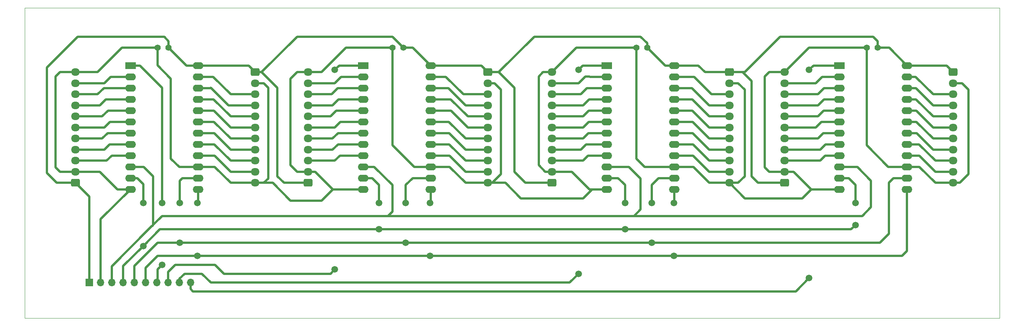
<source format=gbr>
%TF.GenerationSoftware,KiCad,Pcbnew,(6.0.7)*%
%TF.CreationDate,2023-06-05T08:41:08+05:30*%
%TF.ProjectId,autonomous chess playing machine,6175746f-6e6f-46d6-9f75-732063686573,rev?*%
%TF.SameCoordinates,Original*%
%TF.FileFunction,Copper,L2,Bot*%
%TF.FilePolarity,Positive*%
%FSLAX46Y46*%
G04 Gerber Fmt 4.6, Leading zero omitted, Abs format (unit mm)*
G04 Created by KiCad (PCBNEW (6.0.7)) date 2023-06-05 08:41:08*
%MOMM*%
%LPD*%
G01*
G04 APERTURE LIST*
G04 Aperture macros list*
%AMRoundRect*
0 Rectangle with rounded corners*
0 $1 Rounding radius*
0 $2 $3 $4 $5 $6 $7 $8 $9 X,Y pos of 4 corners*
0 Add a 4 corners polygon primitive as box body*
4,1,4,$2,$3,$4,$5,$6,$7,$8,$9,$2,$3,0*
0 Add four circle primitives for the rounded corners*
1,1,$1+$1,$2,$3*
1,1,$1+$1,$4,$5*
1,1,$1+$1,$6,$7*
1,1,$1+$1,$8,$9*
0 Add four rect primitives between the rounded corners*
20,1,$1+$1,$2,$3,$4,$5,0*
20,1,$1+$1,$4,$5,$6,$7,0*
20,1,$1+$1,$6,$7,$8,$9,0*
20,1,$1+$1,$8,$9,$2,$3,0*%
G04 Aperture macros list end*
%TA.AperFunction,Profile*%
%ADD10C,0.100000*%
%TD*%
%TA.AperFunction,ComponentPad*%
%ADD11C,1.400000*%
%TD*%
%TA.AperFunction,ComponentPad*%
%ADD12RoundRect,0.250000X-0.725000X0.600000X-0.725000X-0.600000X0.725000X-0.600000X0.725000X0.600000X0*%
%TD*%
%TA.AperFunction,ComponentPad*%
%ADD13O,1.950000X1.700000*%
%TD*%
%TA.AperFunction,ComponentPad*%
%ADD14RoundRect,0.250000X0.725000X-0.600000X0.725000X0.600000X-0.725000X0.600000X-0.725000X-0.600000X0*%
%TD*%
%TA.AperFunction,ComponentPad*%
%ADD15R,2.400000X1.600000*%
%TD*%
%TA.AperFunction,ComponentPad*%
%ADD16O,2.400000X1.600000*%
%TD*%
%TA.AperFunction,ComponentPad*%
%ADD17R,1.700000X1.700000*%
%TD*%
%TA.AperFunction,ComponentPad*%
%ADD18O,1.700000X1.700000*%
%TD*%
%TA.AperFunction,ViaPad*%
%ADD19C,1.500000*%
%TD*%
%TA.AperFunction,Conductor*%
%ADD20C,0.500000*%
%TD*%
G04 APERTURE END LIST*
D10*
X28000000Y-30000000D02*
X248000000Y-30000000D01*
X248000000Y-30000000D02*
X248000000Y-100000000D01*
X248000000Y-100000000D02*
X28000000Y-100000000D01*
X28000000Y-100000000D02*
X28000000Y-30000000D01*
D11*
%TO.P,C2,1*%
%TO.N,/Ground*%
X111000000Y-39000000D03*
%TO.P,C2,2*%
%TO.N,Net-(C1-Pad2)*%
X113500000Y-39000000D03*
%TD*%
%TO.P,C1,1*%
%TO.N,/Ground*%
X58000000Y-39000000D03*
%TO.P,C1,2*%
%TO.N,Net-(C1-Pad2)*%
X60500000Y-39000000D03*
%TD*%
D12*
%TO.P,J5,1,Pin_1*%
%TO.N,Net-(C1-Pad2)*%
X132525000Y-44500000D03*
D13*
%TO.P,J5,2,Pin_2*%
%TO.N,/Ground*%
X132525000Y-47000000D03*
%TO.P,J5,3,Pin_3*%
%TO.N,Net-(J5-Pad3)*%
X132525000Y-49500000D03*
%TO.P,J5,4,Pin_4*%
%TO.N,Net-(J5-Pad4)*%
X132525000Y-52000000D03*
%TO.P,J5,5,Pin_5*%
%TO.N,Net-(J5-Pad5)*%
X132525000Y-54500000D03*
%TO.P,J5,6,Pin_6*%
%TO.N,Net-(J5-Pad6)*%
X132525000Y-57000000D03*
%TO.P,J5,7,Pin_7*%
%TO.N,Net-(J5-Pad7)*%
X132525000Y-59500000D03*
%TO.P,J5,8,Pin_8*%
%TO.N,Net-(J5-Pad8)*%
X132525000Y-62000000D03*
%TO.P,J5,9,Pin_9*%
%TO.N,Net-(J5-Pad9)*%
X132525000Y-64500000D03*
%TO.P,J5,10,Pin_10*%
%TO.N,Net-(J5-Pad10)*%
X132525000Y-67000000D03*
%TO.P,J5,11,Pin_11*%
%TO.N,/Ground*%
X132525000Y-69500000D03*
%TD*%
D12*
%TO.P,J3,1,Pin_1*%
%TO.N,Net-(C1-Pad2)*%
X80025000Y-44500000D03*
D13*
%TO.P,J3,2,Pin_2*%
%TO.N,/Ground*%
X80025000Y-47000000D03*
%TO.P,J3,3,Pin_3*%
%TO.N,Net-(J3-Pad3)*%
X80025000Y-49500000D03*
%TO.P,J3,4,Pin_4*%
%TO.N,Net-(J3-Pad4)*%
X80025000Y-52000000D03*
%TO.P,J3,5,Pin_5*%
%TO.N,Net-(J3-Pad5)*%
X80025000Y-54500000D03*
%TO.P,J3,6,Pin_6*%
%TO.N,Net-(J3-Pad6)*%
X80025000Y-57000000D03*
%TO.P,J3,7,Pin_7*%
%TO.N,Net-(J3-Pad7)*%
X80025000Y-59500000D03*
%TO.P,J3,8,Pin_8*%
%TO.N,Net-(J3-Pad8)*%
X80025000Y-62000000D03*
%TO.P,J3,9,Pin_9*%
%TO.N,Net-(J3-Pad9)*%
X80025000Y-64500000D03*
%TO.P,J3,10,Pin_10*%
%TO.N,Net-(J3-Pad10)*%
X80025000Y-67000000D03*
%TO.P,J3,11,Pin_11*%
%TO.N,/Ground*%
X80025000Y-69500000D03*
%TD*%
D14*
%TO.P,J6,1,Pin_1*%
%TO.N,Net-(C1-Pad2)*%
X147000000Y-69500000D03*
D13*
%TO.P,J6,2,Pin_2*%
%TO.N,/Ground*%
X147000000Y-67000000D03*
%TO.P,J6,3,Pin_3*%
%TO.N,Net-(J6-Pad3)*%
X147000000Y-64500000D03*
%TO.P,J6,4,Pin_4*%
%TO.N,Net-(J6-Pad4)*%
X147000000Y-62000000D03*
%TO.P,J6,5,Pin_5*%
%TO.N,Net-(J6-Pad5)*%
X147000000Y-59500000D03*
%TO.P,J6,6,Pin_6*%
%TO.N,Net-(J6-Pad6)*%
X147000000Y-57000000D03*
%TO.P,J6,7,Pin_7*%
%TO.N,Net-(J6-Pad7)*%
X147000000Y-54500000D03*
%TO.P,J6,8,Pin_8*%
%TO.N,Net-(J6-Pad8)*%
X147000000Y-52000000D03*
%TO.P,J6,9,Pin_9*%
%TO.N,Net-(J6-Pad9)*%
X147000000Y-49500000D03*
%TO.P,J6,10,Pin_10*%
%TO.N,Net-(J6-Pad10)*%
X147000000Y-47000000D03*
%TO.P,J6,11,Pin_11*%
%TO.N,/Ground*%
X147000000Y-44500000D03*
%TD*%
D15*
%TO.P,U3,1,COM*%
%TO.N,Net-(J1-Pad9)*%
X159375000Y-43025000D03*
D16*
%TO.P,U3,2,I7*%
%TO.N,Net-(J6-Pad10)*%
X159375000Y-45565000D03*
%TO.P,U3,3,I6*%
%TO.N,Net-(J6-Pad9)*%
X159375000Y-48105000D03*
%TO.P,U3,4,I5*%
%TO.N,Net-(J6-Pad8)*%
X159375000Y-50645000D03*
%TO.P,U3,5,I4*%
%TO.N,Net-(J6-Pad7)*%
X159375000Y-53185000D03*
%TO.P,U3,6,I3*%
%TO.N,Net-(J6-Pad6)*%
X159375000Y-55725000D03*
%TO.P,U3,7,I2*%
%TO.N,Net-(J6-Pad5)*%
X159375000Y-58265000D03*
%TO.P,U3,8,I1*%
%TO.N,Net-(J6-Pad4)*%
X159375000Y-60805000D03*
%TO.P,U3,9,I0*%
%TO.N,Net-(J6-Pad3)*%
X159375000Y-63345000D03*
%TO.P,U3,10,S0*%
%TO.N,Net-(J1-Pad3)*%
X159375000Y-65885000D03*
%TO.P,U3,11,S1*%
%TO.N,Net-(J1-Pad4)*%
X159375000Y-68425000D03*
%TO.P,U3,12,GND*%
%TO.N,/Ground*%
X159375000Y-70965000D03*
%TO.P,U3,13,S3*%
%TO.N,Net-(J1-Pad6)*%
X174615000Y-70965000D03*
%TO.P,U3,14,S2*%
%TO.N,Net-(J1-Pad5)*%
X174615000Y-68425000D03*
%TO.P,U3,15,~{E}*%
%TO.N,/Ground*%
X174615000Y-65885000D03*
%TO.P,U3,16,I15*%
%TO.N,Net-(J7-Pad10)*%
X174615000Y-63345000D03*
%TO.P,U3,17,I14*%
%TO.N,Net-(J7-Pad9)*%
X174615000Y-60805000D03*
%TO.P,U3,18,I13*%
%TO.N,Net-(J7-Pad8)*%
X174615000Y-58265000D03*
%TO.P,U3,19,I12*%
%TO.N,Net-(J7-Pad7)*%
X174615000Y-55725000D03*
%TO.P,U3,20,I11*%
%TO.N,Net-(J7-Pad6)*%
X174615000Y-53185000D03*
%TO.P,U3,21,I10*%
%TO.N,Net-(J7-Pad5)*%
X174615000Y-50645000D03*
%TO.P,U3,22,I9*%
%TO.N,Net-(J7-Pad4)*%
X174615000Y-48105000D03*
%TO.P,U3,23,I8*%
%TO.N,Net-(J7-Pad3)*%
X174615000Y-45565000D03*
%TO.P,U3,24,VCC*%
%TO.N,Net-(C1-Pad2)*%
X174615000Y-43025000D03*
%TD*%
D14*
%TO.P,J4,1,Pin_1*%
%TO.N,Net-(C1-Pad2)*%
X92000000Y-69500000D03*
D13*
%TO.P,J4,2,Pin_2*%
%TO.N,/Ground*%
X92000000Y-67000000D03*
%TO.P,J4,3,Pin_3*%
%TO.N,Net-(J4-Pad3)*%
X92000000Y-64500000D03*
%TO.P,J4,4,Pin_4*%
%TO.N,Net-(J4-Pad4)*%
X92000000Y-62000000D03*
%TO.P,J4,5,Pin_5*%
%TO.N,Net-(J4-Pad5)*%
X92000000Y-59500000D03*
%TO.P,J4,6,Pin_6*%
%TO.N,Net-(J4-Pad6)*%
X92000000Y-57000000D03*
%TO.P,J4,7,Pin_7*%
%TO.N,Net-(J4-Pad7)*%
X92000000Y-54500000D03*
%TO.P,J4,8,Pin_8*%
%TO.N,Net-(J4-Pad8)*%
X92000000Y-52000000D03*
%TO.P,J4,9,Pin_9*%
%TO.N,Net-(J4-Pad9)*%
X92000000Y-49500000D03*
%TO.P,J4,10,Pin_10*%
%TO.N,Net-(J4-Pad10)*%
X92000000Y-47000000D03*
%TO.P,J4,11,Pin_11*%
%TO.N,/Ground*%
X92000000Y-44500000D03*
%TD*%
D17*
%TO.P,J1,1,Pin_1*%
%TO.N,Net-(C1-Pad2)*%
X42600000Y-91975000D03*
D18*
%TO.P,J1,2,Pin_2*%
%TO.N,/Ground*%
X45140000Y-91975000D03*
%TO.P,J1,3,Pin_3*%
%TO.N,Net-(J1-Pad3)*%
X47680000Y-91975000D03*
%TO.P,J1,4,Pin_4*%
%TO.N,Net-(J1-Pad4)*%
X50220000Y-91975000D03*
%TO.P,J1,5,Pin_5*%
%TO.N,Net-(J1-Pad5)*%
X52760000Y-91975000D03*
%TO.P,J1,6,Pin_6*%
%TO.N,Net-(J1-Pad6)*%
X55300000Y-91975000D03*
%TO.P,J1,7,Pin_7*%
%TO.N,Net-(J1-Pad7)*%
X57840000Y-91975000D03*
%TO.P,J1,8,Pin_8*%
%TO.N,Net-(J1-Pad8)*%
X60380000Y-91975000D03*
%TO.P,J1,9,Pin_9*%
%TO.N,Net-(J1-Pad9)*%
X62920000Y-91975000D03*
%TO.P,J1,10,Pin_10*%
%TO.N,Net-(J1-Pad10)*%
X65460000Y-91975000D03*
%TD*%
D12*
%TO.P,J9,1,Pin_1*%
%TO.N,Net-(C1-Pad2)*%
X237525000Y-44500000D03*
D13*
%TO.P,J9,2,Pin_2*%
%TO.N,/Ground*%
X237525000Y-47000000D03*
%TO.P,J9,3,Pin_3*%
%TO.N,Net-(J9-Pad3)*%
X237525000Y-49500000D03*
%TO.P,J9,4,Pin_4*%
%TO.N,Net-(J9-Pad4)*%
X237525000Y-52000000D03*
%TO.P,J9,5,Pin_5*%
%TO.N,Net-(J9-Pad5)*%
X237525000Y-54500000D03*
%TO.P,J9,6,Pin_6*%
%TO.N,Net-(J9-Pad6)*%
X237525000Y-57000000D03*
%TO.P,J9,7,Pin_7*%
%TO.N,Net-(J9-Pad7)*%
X237525000Y-59500000D03*
%TO.P,J9,8,Pin_8*%
%TO.N,Net-(J9-Pad8)*%
X237525000Y-62000000D03*
%TO.P,J9,9,Pin_9*%
%TO.N,Net-(J9-Pad9)*%
X237525000Y-64500000D03*
%TO.P,J9,10,Pin_10*%
%TO.N,Net-(J9-Pad10)*%
X237525000Y-67000000D03*
%TO.P,J9,11,Pin_11*%
%TO.N,/Ground*%
X237525000Y-69500000D03*
%TD*%
D11*
%TO.P,C4,1*%
%TO.N,/Ground*%
X218000000Y-39000000D03*
%TO.P,C4,2*%
%TO.N,Net-(C1-Pad2)*%
X220500000Y-39000000D03*
%TD*%
D15*
%TO.P,U2,1,COM*%
%TO.N,Net-(J1-Pad8)*%
X104375000Y-43025000D03*
D16*
%TO.P,U2,2,I7*%
%TO.N,Net-(J4-Pad10)*%
X104375000Y-45565000D03*
%TO.P,U2,3,I6*%
%TO.N,Net-(J4-Pad9)*%
X104375000Y-48105000D03*
%TO.P,U2,4,I5*%
%TO.N,Net-(J4-Pad8)*%
X104375000Y-50645000D03*
%TO.P,U2,5,I4*%
%TO.N,Net-(J4-Pad7)*%
X104375000Y-53185000D03*
%TO.P,U2,6,I3*%
%TO.N,Net-(J4-Pad6)*%
X104375000Y-55725000D03*
%TO.P,U2,7,I2*%
%TO.N,Net-(J4-Pad5)*%
X104375000Y-58265000D03*
%TO.P,U2,8,I1*%
%TO.N,Net-(J4-Pad4)*%
X104375000Y-60805000D03*
%TO.P,U2,9,I0*%
%TO.N,Net-(J4-Pad3)*%
X104375000Y-63345000D03*
%TO.P,U2,10,S0*%
%TO.N,Net-(J1-Pad3)*%
X104375000Y-65885000D03*
%TO.P,U2,11,S1*%
%TO.N,Net-(J1-Pad4)*%
X104375000Y-68425000D03*
%TO.P,U2,12,GND*%
%TO.N,/Ground*%
X104375000Y-70965000D03*
%TO.P,U2,13,S3*%
%TO.N,Net-(J1-Pad6)*%
X119615000Y-70965000D03*
%TO.P,U2,14,S2*%
%TO.N,Net-(J1-Pad5)*%
X119615000Y-68425000D03*
%TO.P,U2,15,~{E}*%
%TO.N,/Ground*%
X119615000Y-65885000D03*
%TO.P,U2,16,I15*%
%TO.N,Net-(J5-Pad10)*%
X119615000Y-63345000D03*
%TO.P,U2,17,I14*%
%TO.N,Net-(J5-Pad9)*%
X119615000Y-60805000D03*
%TO.P,U2,18,I13*%
%TO.N,Net-(J5-Pad8)*%
X119615000Y-58265000D03*
%TO.P,U2,19,I12*%
%TO.N,Net-(J5-Pad7)*%
X119615000Y-55725000D03*
%TO.P,U2,20,I11*%
%TO.N,Net-(J5-Pad6)*%
X119615000Y-53185000D03*
%TO.P,U2,21,I10*%
%TO.N,Net-(J5-Pad5)*%
X119615000Y-50645000D03*
%TO.P,U2,22,I9*%
%TO.N,Net-(J5-Pad4)*%
X119615000Y-48105000D03*
%TO.P,U2,23,I8*%
%TO.N,Net-(J5-Pad3)*%
X119615000Y-45565000D03*
%TO.P,U2,24,VCC*%
%TO.N,Net-(C1-Pad2)*%
X119615000Y-43025000D03*
%TD*%
D11*
%TO.P,C3,1*%
%TO.N,/Ground*%
X166000000Y-39000000D03*
%TO.P,C3,2*%
%TO.N,Net-(C1-Pad2)*%
X168500000Y-39000000D03*
%TD*%
D14*
%TO.P,J8,1,Pin_1*%
%TO.N,Net-(C1-Pad2)*%
X199500000Y-69500000D03*
D13*
%TO.P,J8,2,Pin_2*%
%TO.N,/Ground*%
X199500000Y-67000000D03*
%TO.P,J8,3,Pin_3*%
%TO.N,Net-(J8-Pad3)*%
X199500000Y-64500000D03*
%TO.P,J8,4,Pin_4*%
%TO.N,Net-(J8-Pad4)*%
X199500000Y-62000000D03*
%TO.P,J8,5,Pin_5*%
%TO.N,Net-(J8-Pad5)*%
X199500000Y-59500000D03*
%TO.P,J8,6,Pin_6*%
%TO.N,Net-(J8-Pad6)*%
X199500000Y-57000000D03*
%TO.P,J8,7,Pin_7*%
%TO.N,Net-(J8-Pad7)*%
X199500000Y-54500000D03*
%TO.P,J8,8,Pin_8*%
%TO.N,Net-(J8-Pad8)*%
X199500000Y-52000000D03*
%TO.P,J8,9,Pin_9*%
%TO.N,Net-(J8-Pad9)*%
X199500000Y-49500000D03*
%TO.P,J8,10,Pin_10*%
%TO.N,Net-(J8-Pad10)*%
X199500000Y-47000000D03*
%TO.P,J8,11,Pin_11*%
%TO.N,/Ground*%
X199500000Y-44500000D03*
%TD*%
D14*
%TO.P,J2,1,Pin_1*%
%TO.N,Net-(C1-Pad2)*%
X39500000Y-69500000D03*
D13*
%TO.P,J2,2,Pin_2*%
%TO.N,/Ground*%
X39500000Y-67000000D03*
%TO.P,J2,3,Pin_3*%
%TO.N,Net-(J2-Pad3)*%
X39500000Y-64500000D03*
%TO.P,J2,4,Pin_4*%
%TO.N,Net-(J2-Pad4)*%
X39500000Y-62000000D03*
%TO.P,J2,5,Pin_5*%
%TO.N,Net-(J2-Pad5)*%
X39500000Y-59500000D03*
%TO.P,J2,6,Pin_6*%
%TO.N,Net-(J2-Pad6)*%
X39500000Y-57000000D03*
%TO.P,J2,7,Pin_7*%
%TO.N,Net-(J2-Pad7)*%
X39500000Y-54500000D03*
%TO.P,J2,8,Pin_8*%
%TO.N,Net-(J2-Pad8)*%
X39500000Y-52000000D03*
%TO.P,J2,9,Pin_9*%
%TO.N,Net-(J2-Pad9)*%
X39500000Y-49500000D03*
%TO.P,J2,10,Pin_10*%
%TO.N,Net-(J2-Pad10)*%
X39500000Y-47000000D03*
%TO.P,J2,11,Pin_11*%
%TO.N,/Ground*%
X39500000Y-44500000D03*
%TD*%
D15*
%TO.P,U4,1,COM*%
%TO.N,Net-(J1-Pad10)*%
X211875000Y-43025000D03*
D16*
%TO.P,U4,2,I7*%
%TO.N,Net-(J8-Pad10)*%
X211875000Y-45565000D03*
%TO.P,U4,3,I6*%
%TO.N,Net-(J8-Pad9)*%
X211875000Y-48105000D03*
%TO.P,U4,4,I5*%
%TO.N,Net-(J8-Pad8)*%
X211875000Y-50645000D03*
%TO.P,U4,5,I4*%
%TO.N,Net-(J8-Pad7)*%
X211875000Y-53185000D03*
%TO.P,U4,6,I3*%
%TO.N,Net-(J8-Pad6)*%
X211875000Y-55725000D03*
%TO.P,U4,7,I2*%
%TO.N,Net-(J8-Pad5)*%
X211875000Y-58265000D03*
%TO.P,U4,8,I1*%
%TO.N,Net-(J8-Pad4)*%
X211875000Y-60805000D03*
%TO.P,U4,9,I0*%
%TO.N,Net-(J8-Pad3)*%
X211875000Y-63345000D03*
%TO.P,U4,10,S0*%
%TO.N,Net-(J1-Pad3)*%
X211875000Y-65885000D03*
%TO.P,U4,11,S1*%
%TO.N,Net-(J1-Pad4)*%
X211875000Y-68425000D03*
%TO.P,U4,12,GND*%
%TO.N,/Ground*%
X211875000Y-70965000D03*
%TO.P,U4,13,S3*%
%TO.N,Net-(J1-Pad6)*%
X227115000Y-70965000D03*
%TO.P,U4,14,S2*%
%TO.N,Net-(J1-Pad5)*%
X227115000Y-68425000D03*
%TO.P,U4,15,~{E}*%
%TO.N,/Ground*%
X227115000Y-65885000D03*
%TO.P,U4,16,I15*%
%TO.N,Net-(J9-Pad10)*%
X227115000Y-63345000D03*
%TO.P,U4,17,I14*%
%TO.N,Net-(J9-Pad9)*%
X227115000Y-60805000D03*
%TO.P,U4,18,I13*%
%TO.N,Net-(J9-Pad8)*%
X227115000Y-58265000D03*
%TO.P,U4,19,I12*%
%TO.N,Net-(J9-Pad7)*%
X227115000Y-55725000D03*
%TO.P,U4,20,I11*%
%TO.N,Net-(J9-Pad6)*%
X227115000Y-53185000D03*
%TO.P,U4,21,I10*%
%TO.N,Net-(J9-Pad5)*%
X227115000Y-50645000D03*
%TO.P,U4,22,I9*%
%TO.N,Net-(J9-Pad4)*%
X227115000Y-48105000D03*
%TO.P,U4,23,I8*%
%TO.N,Net-(J9-Pad3)*%
X227115000Y-45565000D03*
%TO.P,U4,24,VCC*%
%TO.N,Net-(C1-Pad2)*%
X227115000Y-43025000D03*
%TD*%
D12*
%TO.P,J7,1,Pin_1*%
%TO.N,Net-(C1-Pad2)*%
X187000000Y-44500000D03*
D13*
%TO.P,J7,2,Pin_2*%
%TO.N,/Ground*%
X187000000Y-47000000D03*
%TO.P,J7,3,Pin_3*%
%TO.N,Net-(J7-Pad3)*%
X187000000Y-49500000D03*
%TO.P,J7,4,Pin_4*%
%TO.N,Net-(J7-Pad4)*%
X187000000Y-52000000D03*
%TO.P,J7,5,Pin_5*%
%TO.N,Net-(J7-Pad5)*%
X187000000Y-54500000D03*
%TO.P,J7,6,Pin_6*%
%TO.N,Net-(J7-Pad6)*%
X187000000Y-57000000D03*
%TO.P,J7,7,Pin_7*%
%TO.N,Net-(J7-Pad7)*%
X187000000Y-59500000D03*
%TO.P,J7,8,Pin_8*%
%TO.N,Net-(J7-Pad8)*%
X187000000Y-62000000D03*
%TO.P,J7,9,Pin_9*%
%TO.N,Net-(J7-Pad9)*%
X187000000Y-64500000D03*
%TO.P,J7,10,Pin_10*%
%TO.N,Net-(J7-Pad10)*%
X187000000Y-67000000D03*
%TO.P,J7,11,Pin_11*%
%TO.N,/Ground*%
X187000000Y-69500000D03*
%TD*%
D15*
%TO.P,U1,1,COM*%
%TO.N,Net-(J1-Pad7)*%
X51875000Y-43025000D03*
D16*
%TO.P,U1,2,I7*%
%TO.N,Net-(J2-Pad10)*%
X51875000Y-45565000D03*
%TO.P,U1,3,I6*%
%TO.N,Net-(J2-Pad9)*%
X51875000Y-48105000D03*
%TO.P,U1,4,I5*%
%TO.N,Net-(J2-Pad8)*%
X51875000Y-50645000D03*
%TO.P,U1,5,I4*%
%TO.N,Net-(J2-Pad7)*%
X51875000Y-53185000D03*
%TO.P,U1,6,I3*%
%TO.N,Net-(J2-Pad6)*%
X51875000Y-55725000D03*
%TO.P,U1,7,I2*%
%TO.N,Net-(J2-Pad5)*%
X51875000Y-58265000D03*
%TO.P,U1,8,I1*%
%TO.N,Net-(J2-Pad4)*%
X51875000Y-60805000D03*
%TO.P,U1,9,I0*%
%TO.N,Net-(J2-Pad3)*%
X51875000Y-63345000D03*
%TO.P,U1,10,S0*%
%TO.N,Net-(J1-Pad3)*%
X51875000Y-65885000D03*
%TO.P,U1,11,S1*%
%TO.N,Net-(J1-Pad4)*%
X51875000Y-68425000D03*
%TO.P,U1,12,GND*%
%TO.N,/Ground*%
X51875000Y-70965000D03*
%TO.P,U1,13,S3*%
%TO.N,Net-(J1-Pad6)*%
X67115000Y-70965000D03*
%TO.P,U1,14,S2*%
%TO.N,Net-(J1-Pad5)*%
X67115000Y-68425000D03*
%TO.P,U1,15,~{E}*%
%TO.N,/Ground*%
X67115000Y-65885000D03*
%TO.P,U1,16,I15*%
%TO.N,Net-(J3-Pad10)*%
X67115000Y-63345000D03*
%TO.P,U1,17,I14*%
%TO.N,Net-(J3-Pad9)*%
X67115000Y-60805000D03*
%TO.P,U1,18,I13*%
%TO.N,Net-(J3-Pad8)*%
X67115000Y-58265000D03*
%TO.P,U1,19,I12*%
%TO.N,Net-(J3-Pad7)*%
X67115000Y-55725000D03*
%TO.P,U1,20,I11*%
%TO.N,Net-(J3-Pad6)*%
X67115000Y-53185000D03*
%TO.P,U1,21,I10*%
%TO.N,Net-(J3-Pad5)*%
X67115000Y-50645000D03*
%TO.P,U1,22,I9*%
%TO.N,Net-(J3-Pad4)*%
X67115000Y-48105000D03*
%TO.P,U1,23,I8*%
%TO.N,Net-(J3-Pad3)*%
X67115000Y-45565000D03*
%TO.P,U1,24,VCC*%
%TO.N,Net-(C1-Pad2)*%
X67115000Y-43025000D03*
%TD*%
D19*
%TO.N,Net-(J1-Pad4)*%
X54800500Y-74000000D03*
X108000000Y-74000000D03*
X108000000Y-80000000D03*
X163500000Y-74000000D03*
X163500000Y-80000000D03*
X215500000Y-74000000D03*
X215500000Y-79000000D03*
X54750000Y-83750000D03*
%TO.N,Net-(J1-Pad5)*%
X114000000Y-83000000D03*
X169500000Y-74000000D03*
X63000000Y-74000000D03*
X114000000Y-74000000D03*
X63000000Y-83000000D03*
X169500000Y-83000000D03*
%TO.N,Net-(J1-Pad6)*%
X67000000Y-74000000D03*
X67000000Y-86000000D03*
X174500000Y-74000000D03*
X119500000Y-86000000D03*
X174500000Y-86000000D03*
X119500000Y-74000000D03*
%TO.N,Net-(J1-Pad7)*%
X59000000Y-88000000D03*
X59000000Y-74000000D03*
%TO.N,Net-(J1-Pad8)*%
X98000000Y-89000000D03*
X98000000Y-44000000D03*
%TO.N,Net-(J1-Pad9)*%
X153000000Y-44000000D03*
X153000000Y-90000000D03*
%TO.N,Net-(J1-Pad10)*%
X205000000Y-44000000D03*
X205000000Y-91000000D03*
%TD*%
D20*
%TO.N,Net-(J1-Pad10)*%
X65460000Y-93460000D02*
X65460000Y-91975000D01*
X66000000Y-94000000D02*
X65460000Y-93460000D01*
X202000000Y-94000000D02*
X66000000Y-94000000D01*
X205000000Y-91000000D02*
X202000000Y-94000000D01*
%TO.N,Net-(J1-Pad9)*%
X68000000Y-90000000D02*
X64080000Y-90000000D01*
X62920000Y-91160000D02*
X62920000Y-91975000D01*
X70000000Y-92000000D02*
X68000000Y-90000000D01*
X64080000Y-90000000D02*
X62920000Y-91160000D01*
X151000000Y-92000000D02*
X70000000Y-92000000D01*
X153000000Y-90000000D02*
X151000000Y-92000000D01*
%TO.N,Net-(J1-Pad8)*%
X60380000Y-89620000D02*
X60380000Y-91975000D01*
X73000000Y-90000000D02*
X71000000Y-88000000D01*
X97000000Y-90000000D02*
X73000000Y-90000000D01*
X62000000Y-88000000D02*
X60380000Y-89620000D01*
X98000000Y-89000000D02*
X97000000Y-90000000D01*
X71000000Y-88000000D02*
X62000000Y-88000000D01*
%TO.N,Net-(J1-Pad6)*%
X58000000Y-86000000D02*
X66000000Y-86000000D01*
X55300000Y-88700000D02*
X58000000Y-86000000D01*
X55300000Y-91975000D02*
X55300000Y-88700000D01*
%TO.N,Net-(J1-Pad4)*%
X214500000Y-80000000D02*
X215500000Y-79000000D01*
X163500000Y-80000000D02*
X214500000Y-80000000D01*
%TO.N,/Ground*%
X132525000Y-47000000D02*
X134000000Y-47000000D01*
X48965000Y-70965000D02*
X45000000Y-67000000D01*
X45140000Y-77700000D02*
X51875000Y-70965000D01*
X174615000Y-65885000D02*
X167885000Y-65885000D01*
X233500000Y-69500000D02*
X237525000Y-69500000D01*
X211875000Y-70965000D02*
X205465000Y-70965000D01*
X227115000Y-65885000D02*
X229885000Y-65885000D01*
X187000000Y-69500000D02*
X189000000Y-69500000D01*
X35000000Y-45500000D02*
X36000000Y-44500000D01*
X203500000Y-73000000D02*
X190500000Y-73000000D01*
X134000000Y-47000000D02*
X135500000Y-48500000D01*
X95000000Y-73500000D02*
X97535000Y-70965000D01*
X227115000Y-65885000D02*
X222885000Y-65885000D01*
X195000000Y-45500000D02*
X195000000Y-66000000D01*
X92000000Y-67000000D02*
X89500000Y-67000000D01*
X115885000Y-65885000D02*
X111000000Y-61000000D01*
X95000000Y-44500000D02*
X100500000Y-39000000D01*
X35000000Y-66000000D02*
X35000000Y-45500000D01*
X82000000Y-47000000D02*
X83000000Y-48000000D01*
X145000000Y-44500000D02*
X147000000Y-44500000D01*
X93570000Y-67000000D02*
X97535000Y-70965000D01*
X167885000Y-65885000D02*
X166000000Y-64000000D01*
X155500000Y-71000000D02*
X155535000Y-70965000D01*
X189000000Y-69500000D02*
X190500000Y-68000000D01*
X82000000Y-69500000D02*
X80025000Y-69500000D01*
X62885000Y-65885000D02*
X67115000Y-65885000D01*
X67115000Y-65885000D02*
X70885000Y-65885000D01*
X205465000Y-70965000D02*
X201500000Y-67000000D01*
X196000000Y-67000000D02*
X199500000Y-67000000D01*
X135500000Y-48500000D02*
X135500000Y-67500000D01*
X178885000Y-65885000D02*
X182500000Y-69500000D01*
X211875000Y-70965000D02*
X205535000Y-70965000D01*
X222885000Y-65885000D02*
X218000000Y-61000000D01*
X39500000Y-67000000D02*
X36000000Y-67000000D01*
X135500000Y-67500000D02*
X133500000Y-69500000D01*
X58000000Y-43000000D02*
X61000000Y-46000000D01*
X36000000Y-67000000D02*
X35000000Y-66000000D01*
X147000000Y-67000000D02*
X145500000Y-67000000D01*
X88000000Y-46000000D02*
X89500000Y-44500000D01*
X140000000Y-73000000D02*
X154000000Y-73000000D01*
X144000000Y-65500000D02*
X144000000Y-45500000D01*
X61000000Y-46000000D02*
X61000000Y-64000000D01*
X123885000Y-65885000D02*
X127500000Y-69500000D01*
X44500000Y-44500000D02*
X50000000Y-39000000D01*
X205535000Y-70965000D02*
X203500000Y-73000000D01*
X237525000Y-47000000D02*
X239500000Y-47000000D01*
X80025000Y-47000000D02*
X82000000Y-47000000D01*
X218000000Y-39000000D02*
X205000000Y-39000000D01*
X136500000Y-69500000D02*
X140000000Y-73000000D01*
X145500000Y-67000000D02*
X144000000Y-65500000D01*
X239000000Y-69500000D02*
X237525000Y-69500000D01*
X61000000Y-64000000D02*
X62885000Y-65885000D01*
X39500000Y-44500000D02*
X44500000Y-44500000D01*
X92000000Y-67000000D02*
X93570000Y-67000000D01*
X152500000Y-39000000D02*
X147000000Y-44500000D01*
X241000000Y-67500000D02*
X239000000Y-69500000D01*
X70885000Y-65885000D02*
X74500000Y-69500000D01*
X155535000Y-70965000D02*
X156035000Y-70965000D01*
X74500000Y-69500000D02*
X80025000Y-69500000D01*
X80025000Y-69500000D02*
X84000000Y-69500000D01*
X154000000Y-73000000D02*
X156035000Y-70965000D01*
X205000000Y-39000000D02*
X199500000Y-44500000D01*
X195000000Y-66000000D02*
X196000000Y-67000000D01*
X89500000Y-44500000D02*
X92000000Y-44500000D01*
X201500000Y-67000000D02*
X199500000Y-67000000D01*
X199500000Y-44500000D02*
X196000000Y-44500000D01*
X119615000Y-65885000D02*
X123885000Y-65885000D01*
X127500000Y-69500000D02*
X132525000Y-69500000D01*
X83000000Y-48000000D02*
X83000000Y-68500000D01*
X119615000Y-65885000D02*
X115885000Y-65885000D01*
X111000000Y-61000000D02*
X111000000Y-39000000D01*
X196000000Y-44500000D02*
X195000000Y-45500000D01*
X190500000Y-48500000D02*
X189000000Y-47000000D01*
X45140000Y-91975000D02*
X45140000Y-77700000D01*
X166000000Y-39000000D02*
X152500000Y-39000000D01*
X229885000Y-65885000D02*
X233500000Y-69500000D01*
X190500000Y-68000000D02*
X190500000Y-48500000D01*
X190500000Y-73000000D02*
X187000000Y-69500000D01*
X132525000Y-69500000D02*
X136500000Y-69500000D01*
X88000000Y-65500000D02*
X88000000Y-46000000D01*
X144000000Y-45500000D02*
X145000000Y-44500000D01*
X84000000Y-69500000D02*
X88000000Y-73500000D01*
X147000000Y-67000000D02*
X151500000Y-67000000D01*
X241000000Y-48500000D02*
X241000000Y-67500000D01*
X218000000Y-61000000D02*
X218000000Y-39000000D01*
X151500000Y-67000000D02*
X155500000Y-71000000D01*
X45000000Y-67000000D02*
X39500000Y-67000000D01*
X189000000Y-47000000D02*
X187000000Y-47000000D01*
X36000000Y-44500000D02*
X39500000Y-44500000D01*
X51875000Y-70965000D02*
X48965000Y-70965000D01*
X156035000Y-70965000D02*
X159375000Y-70965000D01*
X92000000Y-44500000D02*
X95000000Y-44500000D01*
X133500000Y-69500000D02*
X132525000Y-69500000D01*
X83000000Y-68500000D02*
X82000000Y-69500000D01*
X89500000Y-67000000D02*
X88000000Y-65500000D01*
X239500000Y-47000000D02*
X241000000Y-48500000D01*
X174615000Y-65885000D02*
X178885000Y-65885000D01*
X97535000Y-70965000D02*
X104375000Y-70965000D01*
X166000000Y-64000000D02*
X166000000Y-39000000D01*
X182500000Y-69500000D02*
X187000000Y-69500000D01*
X50000000Y-39000000D02*
X58000000Y-39000000D01*
X88000000Y-73500000D02*
X95000000Y-73500000D01*
X100500000Y-39000000D02*
X111000000Y-39000000D01*
X58000000Y-39000000D02*
X58000000Y-43000000D01*
%TO.N,Net-(C1-Pad2)*%
X198500000Y-36500000D02*
X219500000Y-36500000D01*
X172525000Y-43025000D02*
X174615000Y-43025000D01*
X187000000Y-44500000D02*
X190500000Y-44500000D01*
X192000000Y-68000000D02*
X193500000Y-69500000D01*
X86500000Y-69500000D02*
X92000000Y-69500000D01*
X33000000Y-43500000D02*
X40000000Y-36500000D01*
X89500000Y-36500000D02*
X111000000Y-36500000D01*
X64525000Y-43025000D02*
X67115000Y-43025000D01*
X85000000Y-68000000D02*
X86500000Y-69500000D01*
X132525000Y-44500000D02*
X135000000Y-44500000D01*
X42600000Y-91975000D02*
X42600000Y-72600000D01*
X85000000Y-48000000D02*
X85000000Y-68000000D01*
X227115000Y-43025000D02*
X236050000Y-43025000D01*
X78550000Y-43025000D02*
X80025000Y-44500000D01*
X33000000Y-67250000D02*
X33000000Y-43500000D01*
X167000000Y-36500000D02*
X168500000Y-38000000D01*
X223090000Y-39000000D02*
X227115000Y-43025000D01*
X119615000Y-43025000D02*
X131050000Y-43025000D01*
X236050000Y-43025000D02*
X237525000Y-44500000D01*
X190000000Y-44500000D02*
X192000000Y-46500000D01*
X42600000Y-72600000D02*
X42000000Y-72000000D01*
X168500000Y-39000000D02*
X172525000Y-43025000D01*
X193500000Y-69500000D02*
X199500000Y-69500000D01*
X60500000Y-37500000D02*
X60500000Y-39000000D01*
X180025000Y-43025000D02*
X181500000Y-44500000D01*
X168500000Y-38000000D02*
X168500000Y-39000000D01*
X174615000Y-43025000D02*
X180025000Y-43025000D01*
X81500000Y-44500000D02*
X85000000Y-48000000D01*
X141000000Y-69500000D02*
X147000000Y-69500000D01*
X59500000Y-36500000D02*
X60500000Y-37500000D01*
X220500000Y-37500000D02*
X220500000Y-39000000D01*
X40000000Y-36500000D02*
X59500000Y-36500000D01*
X187000000Y-44500000D02*
X190000000Y-44500000D01*
X39500000Y-69500000D02*
X35250000Y-69500000D01*
X143000000Y-36500000D02*
X167000000Y-36500000D01*
X35250000Y-69500000D02*
X33000000Y-67250000D01*
X192000000Y-46500000D02*
X192000000Y-68000000D01*
X42000000Y-72000000D02*
X39500000Y-69500000D01*
X67115000Y-43025000D02*
X78550000Y-43025000D01*
X220500000Y-39000000D02*
X223090000Y-39000000D01*
X138500000Y-67000000D02*
X141000000Y-69500000D01*
X81500000Y-44500000D02*
X89500000Y-36500000D01*
X60500000Y-39000000D02*
X64525000Y-43025000D01*
X190500000Y-44500000D02*
X198500000Y-36500000D01*
X138500000Y-48000000D02*
X138500000Y-67000000D01*
X131050000Y-43025000D02*
X132525000Y-44500000D01*
X135000000Y-44500000D02*
X138500000Y-48000000D01*
X219500000Y-36500000D02*
X220500000Y-37500000D01*
X111000000Y-36500000D02*
X113500000Y-39000000D01*
X113500000Y-39000000D02*
X115590000Y-39000000D01*
X135000000Y-44500000D02*
X143000000Y-36500000D01*
X181500000Y-44500000D02*
X187000000Y-44500000D01*
X80025000Y-44500000D02*
X81500000Y-44500000D01*
X115590000Y-39000000D02*
X119615000Y-43025000D01*
%TO.N,Net-(J1-Pad3)*%
X57000000Y-79000000D02*
X56000000Y-80000000D01*
X167000000Y-68500000D02*
X167000000Y-75500000D01*
X47680000Y-91975000D02*
X47680000Y-88320000D01*
X104375000Y-65885000D02*
X106885000Y-65885000D01*
X57000000Y-68000000D02*
X57000000Y-79000000D01*
X159375000Y-65885000D02*
X164385000Y-65885000D01*
X59000000Y-77000000D02*
X165500000Y-77000000D01*
X164385000Y-65885000D02*
X167000000Y-68500000D01*
X215885000Y-65885000D02*
X219000000Y-69000000D01*
X111000000Y-76000000D02*
X110000000Y-77000000D01*
X106885000Y-65885000D02*
X111000000Y-70000000D01*
X217000000Y-77000000D02*
X165500000Y-77000000D01*
X111000000Y-70000000D02*
X111000000Y-76000000D01*
X211875000Y-65885000D02*
X215885000Y-65885000D01*
X51875000Y-65885000D02*
X54885000Y-65885000D01*
X47680000Y-88320000D02*
X56000000Y-80000000D01*
X219000000Y-75000000D02*
X217000000Y-77000000D01*
X167000000Y-75500000D02*
X165500000Y-77000000D01*
X54885000Y-65885000D02*
X57000000Y-68000000D01*
X219000000Y-69000000D02*
X219000000Y-75000000D01*
X56000000Y-80000000D02*
X59000000Y-77000000D01*
%TO.N,Net-(J1-Pad4)*%
X50220000Y-91975000D02*
X50220000Y-88280000D01*
X104375000Y-68425000D02*
X106425000Y-68425000D01*
X54000000Y-69000000D02*
X54800500Y-69800500D01*
X53425000Y-68425000D02*
X54000000Y-69000000D01*
X50220000Y-88280000D02*
X54750000Y-83750000D01*
X163500000Y-70000000D02*
X163500000Y-74000000D01*
X54800500Y-69800500D02*
X54800500Y-74000000D01*
X159375000Y-68425000D02*
X161925000Y-68425000D01*
X161925000Y-68425000D02*
X163000000Y-69500000D01*
X211875000Y-68425000D02*
X213925000Y-68425000D01*
X106425000Y-68425000D02*
X108000000Y-70000000D01*
X163000000Y-69500000D02*
X163500000Y-70000000D01*
X58500000Y-80000000D02*
X108000000Y-80000000D01*
X108000000Y-80000000D02*
X163500000Y-80000000D01*
X215500000Y-70000000D02*
X215500000Y-74000000D01*
X213925000Y-68425000D02*
X215500000Y-70000000D01*
X51875000Y-68425000D02*
X53425000Y-68425000D01*
X108000000Y-70000000D02*
X108000000Y-74000000D01*
X54750000Y-83750000D02*
X58500000Y-80000000D01*
%TO.N,Net-(J1-Pad5)*%
X171075000Y-68425000D02*
X169500000Y-70000000D01*
X221000000Y-83000000D02*
X220000000Y-83000000D01*
X169500000Y-83000000D02*
X220000000Y-83000000D01*
X223000000Y-69500000D02*
X223000000Y-81000000D01*
X52760000Y-88240000D02*
X58000000Y-83000000D01*
X174615000Y-68425000D02*
X171075000Y-68425000D01*
X115575000Y-68425000D02*
X114000000Y-70000000D01*
X114000000Y-70000000D02*
X114000000Y-74000000D01*
X63000000Y-69000000D02*
X63000000Y-74000000D01*
X63575000Y-68425000D02*
X63000000Y-69000000D01*
X67115000Y-68425000D02*
X63575000Y-68425000D01*
X169500000Y-70000000D02*
X169500000Y-74000000D01*
X58000000Y-83000000D02*
X62000000Y-83000000D01*
X52760000Y-91975000D02*
X52760000Y-88240000D01*
X62000000Y-83000000D02*
X114000000Y-83000000D01*
X114000000Y-83000000D02*
X169500000Y-83000000D01*
X119615000Y-68425000D02*
X115575000Y-68425000D01*
X224075000Y-68425000D02*
X223000000Y-69500000D01*
X223000000Y-81000000D02*
X221000000Y-83000000D01*
X63000000Y-83000000D02*
X62000000Y-83000000D01*
X227115000Y-68425000D02*
X224075000Y-68425000D01*
%TO.N,Net-(J1-Pad6)*%
X67115000Y-70965000D02*
X67115000Y-73885000D01*
X119500000Y-86000000D02*
X174500000Y-86000000D01*
X67000000Y-86000000D02*
X66000000Y-86000000D01*
X67115000Y-73885000D02*
X67000000Y-74000000D01*
X119615000Y-70965000D02*
X119615000Y-73885000D01*
X174615000Y-70965000D02*
X174615000Y-73885000D01*
X174615000Y-73885000D02*
X174500000Y-74000000D01*
X227115000Y-84885000D02*
X226000000Y-86000000D01*
X119615000Y-73885000D02*
X119500000Y-74000000D01*
X227115000Y-70965000D02*
X227115000Y-84885000D01*
X226000000Y-86000000D02*
X174500000Y-86000000D01*
X66000000Y-86000000D02*
X119500000Y-86000000D01*
%TO.N,Net-(J1-Pad7)*%
X54025000Y-43025000D02*
X51875000Y-43025000D01*
X59000000Y-48000000D02*
X54025000Y-43025000D01*
X58000000Y-91815000D02*
X57840000Y-91975000D01*
X59000000Y-88000000D02*
X58000000Y-89000000D01*
X59000000Y-74000000D02*
X59000000Y-48000000D01*
X58000000Y-89000000D02*
X58000000Y-91815000D01*
%TO.N,Net-(J1-Pad8)*%
X98975000Y-43025000D02*
X104375000Y-43025000D01*
X98000000Y-44000000D02*
X98975000Y-43025000D01*
%TO.N,Net-(J1-Pad9)*%
X153975000Y-43025000D02*
X159375000Y-43025000D01*
X153000000Y-44000000D02*
X153975000Y-43025000D01*
%TO.N,Net-(J1-Pad10)*%
X205000000Y-44000000D02*
X205975000Y-43025000D01*
X205975000Y-43025000D02*
X211875000Y-43025000D01*
%TO.N,Net-(J2-Pad3)*%
X51875000Y-63345000D02*
X47655000Y-63345000D01*
X46500000Y-64500000D02*
X39500000Y-64500000D01*
X47655000Y-63345000D02*
X46500000Y-64500000D01*
%TO.N,Net-(J2-Pad4)*%
X47195000Y-60805000D02*
X46000000Y-62000000D01*
X46000000Y-62000000D02*
X39500000Y-62000000D01*
X51875000Y-60805000D02*
X47195000Y-60805000D01*
%TO.N,Net-(J2-Pad5)*%
X51875000Y-58265000D02*
X46735000Y-58265000D01*
X46735000Y-58265000D02*
X45500000Y-59500000D01*
X45500000Y-59500000D02*
X39500000Y-59500000D01*
%TO.N,Net-(J2-Pad6)*%
X47275000Y-55725000D02*
X46000000Y-57000000D01*
X46000000Y-57000000D02*
X39500000Y-57000000D01*
X51875000Y-55725000D02*
X47275000Y-55725000D01*
%TO.N,Net-(J2-Pad7)*%
X51875000Y-53185000D02*
X46815000Y-53185000D01*
X46815000Y-53185000D02*
X45500000Y-54500000D01*
X45500000Y-54500000D02*
X39500000Y-54500000D01*
%TO.N,Net-(J2-Pad8)*%
X45000000Y-52000000D02*
X39500000Y-52000000D01*
X46355000Y-50645000D02*
X45000000Y-52000000D01*
X51875000Y-50645000D02*
X46355000Y-50645000D01*
%TO.N,Net-(J2-Pad9)*%
X44500000Y-49500000D02*
X39500000Y-49500000D01*
X51875000Y-48105000D02*
X45895000Y-48105000D01*
X45895000Y-48105000D02*
X44500000Y-49500000D01*
%TO.N,Net-(J2-Pad10)*%
X47435000Y-45565000D02*
X51875000Y-45565000D01*
X39500000Y-47000000D02*
X46000000Y-47000000D01*
X46000000Y-47000000D02*
X47435000Y-45565000D01*
%TO.N,Net-(J3-Pad3)*%
X67115000Y-45565000D02*
X70565000Y-45565000D01*
X70565000Y-45565000D02*
X74500000Y-49500000D01*
X74500000Y-49500000D02*
X80025000Y-49500000D01*
%TO.N,Net-(J3-Pad4)*%
X80025000Y-52000000D02*
X74000000Y-52000000D01*
X70000000Y-48000000D02*
X69895000Y-48105000D01*
X69895000Y-48105000D02*
X67115000Y-48105000D01*
X74000000Y-52000000D02*
X70000000Y-48000000D01*
%TO.N,Net-(J3-Pad5)*%
X70645000Y-50645000D02*
X74500000Y-54500000D01*
X67115000Y-50645000D02*
X70645000Y-50645000D01*
X74500000Y-54500000D02*
X80025000Y-54500000D01*
%TO.N,Net-(J3-Pad6)*%
X67115000Y-53185000D02*
X70685000Y-53185000D01*
X70685000Y-53185000D02*
X74500000Y-57000000D01*
X74500000Y-57000000D02*
X80025000Y-57000000D01*
%TO.N,Net-(J3-Pad7)*%
X70725000Y-55725000D02*
X74500000Y-59500000D01*
X67115000Y-55725000D02*
X70725000Y-55725000D01*
X74500000Y-59500000D02*
X80025000Y-59500000D01*
%TO.N,Net-(J3-Pad8)*%
X70765000Y-58265000D02*
X74500000Y-62000000D01*
X67115000Y-58265000D02*
X70765000Y-58265000D01*
X74500000Y-62000000D02*
X80025000Y-62000000D01*
%TO.N,Net-(J3-Pad9)*%
X74500000Y-64500000D02*
X80025000Y-64500000D01*
X70805000Y-60805000D02*
X74500000Y-64500000D01*
X67115000Y-60805000D02*
X70805000Y-60805000D01*
%TO.N,Net-(J3-Pad10)*%
X67115000Y-63345000D02*
X70845000Y-63345000D01*
X70845000Y-63345000D02*
X74500000Y-67000000D01*
X74500000Y-67000000D02*
X80025000Y-67000000D01*
%TO.N,Net-(J4-Pad3)*%
X99155000Y-63345000D02*
X98000000Y-64500000D01*
X98000000Y-64500000D02*
X92000000Y-64500000D01*
X104375000Y-63345000D02*
X99155000Y-63345000D01*
%TO.N,Net-(J4-Pad4)*%
X104375000Y-60805000D02*
X98695000Y-60805000D01*
X97500000Y-62000000D02*
X92000000Y-62000000D01*
X98695000Y-60805000D02*
X97500000Y-62000000D01*
%TO.N,Net-(J4-Pad5)*%
X104375000Y-58265000D02*
X98735000Y-58265000D01*
X97500000Y-59500000D02*
X92000000Y-59500000D01*
X98735000Y-58265000D02*
X97500000Y-59500000D01*
%TO.N,Net-(J4-Pad6)*%
X104375000Y-55725000D02*
X99275000Y-55725000D01*
X99275000Y-55725000D02*
X98000000Y-57000000D01*
X98000000Y-57000000D02*
X92000000Y-57000000D01*
%TO.N,Net-(J4-Pad7)*%
X104375000Y-53185000D02*
X98315000Y-53185000D01*
X97000000Y-54500000D02*
X92000000Y-54500000D01*
X98315000Y-53185000D02*
X97000000Y-54500000D01*
%TO.N,Net-(J4-Pad8)*%
X104375000Y-50645000D02*
X98855000Y-50645000D01*
X98855000Y-50645000D02*
X97500000Y-52000000D01*
X97500000Y-52000000D02*
X92000000Y-52000000D01*
%TO.N,Net-(J4-Pad9)*%
X98645000Y-48105000D02*
X97250000Y-49500000D01*
X104375000Y-48105000D02*
X98645000Y-48105000D01*
X97250000Y-49500000D02*
X92000000Y-49500000D01*
%TO.N,Net-(J4-Pad10)*%
X99435000Y-45565000D02*
X98000000Y-47000000D01*
X104375000Y-45565000D02*
X99435000Y-45565000D01*
X98000000Y-47000000D02*
X92000000Y-47000000D01*
%TO.N,Net-(J5-Pad3)*%
X127000000Y-49500000D02*
X132525000Y-49500000D01*
X123065000Y-45565000D02*
X127000000Y-49500000D01*
X119615000Y-45565000D02*
X123065000Y-45565000D01*
%TO.N,Net-(J5-Pad4)*%
X119615000Y-48105000D02*
X123605000Y-48105000D01*
X123605000Y-48105000D02*
X127500000Y-52000000D01*
X127500000Y-52000000D02*
X132525000Y-52000000D01*
%TO.N,Net-(J5-Pad5)*%
X124145000Y-50645000D02*
X128000000Y-54500000D01*
X128000000Y-54500000D02*
X132525000Y-54500000D01*
X119615000Y-50645000D02*
X124145000Y-50645000D01*
%TO.N,Net-(J5-Pad6)*%
X124185000Y-53185000D02*
X128000000Y-57000000D01*
X128000000Y-57000000D02*
X132525000Y-57000000D01*
X119615000Y-53185000D02*
X124185000Y-53185000D01*
%TO.N,Net-(J5-Pad7)*%
X123725000Y-55725000D02*
X127500000Y-59500000D01*
X127500000Y-59500000D02*
X132525000Y-59500000D01*
X119615000Y-55725000D02*
X123725000Y-55725000D01*
%TO.N,Net-(J5-Pad8)*%
X119615000Y-58265000D02*
X123765000Y-58265000D01*
X127500000Y-62000000D02*
X132525000Y-62000000D01*
X123765000Y-58265000D02*
X127500000Y-62000000D01*
%TO.N,Net-(J5-Pad9)*%
X123805000Y-60805000D02*
X127500000Y-64500000D01*
X127500000Y-64500000D02*
X132525000Y-64500000D01*
X119615000Y-60805000D02*
X123805000Y-60805000D01*
%TO.N,Net-(J5-Pad10)*%
X127500000Y-67000000D02*
X132525000Y-67000000D01*
X123845000Y-63345000D02*
X127500000Y-67000000D01*
X119615000Y-63345000D02*
X123845000Y-63345000D01*
%TO.N,Net-(J6-Pad3)*%
X159375000Y-63345000D02*
X155155000Y-63345000D01*
X154000000Y-64500000D02*
X147000000Y-64500000D01*
X155155000Y-63345000D02*
X154000000Y-64500000D01*
%TO.N,Net-(J6-Pad4)*%
X154695000Y-60805000D02*
X153500000Y-62000000D01*
X153500000Y-62000000D02*
X147000000Y-62000000D01*
X159375000Y-60805000D02*
X154695000Y-60805000D01*
%TO.N,Net-(J6-Pad5)*%
X159375000Y-58265000D02*
X155235000Y-58265000D01*
X155235000Y-58265000D02*
X154000000Y-59500000D01*
X154000000Y-59500000D02*
X147000000Y-59500000D01*
%TO.N,Net-(J6-Pad6)*%
X155275000Y-55725000D02*
X154000000Y-57000000D01*
X154000000Y-57000000D02*
X147000000Y-57000000D01*
X159375000Y-55725000D02*
X155275000Y-55725000D01*
%TO.N,Net-(J6-Pad7)*%
X159375000Y-53185000D02*
X155315000Y-53185000D01*
X154000000Y-54500000D02*
X147000000Y-54500000D01*
X155315000Y-53185000D02*
X154000000Y-54500000D01*
%TO.N,Net-(J6-Pad8)*%
X159375000Y-50645000D02*
X155355000Y-50645000D01*
X155355000Y-50645000D02*
X154000000Y-52000000D01*
X154000000Y-52000000D02*
X147000000Y-52000000D01*
%TO.N,Net-(J6-Pad9)*%
X159375000Y-48105000D02*
X154895000Y-48105000D01*
X154895000Y-48105000D02*
X153500000Y-49500000D01*
X153500000Y-49500000D02*
X147000000Y-49500000D01*
%TO.N,Net-(J6-Pad10)*%
X155500000Y-45500000D02*
X154500000Y-45500000D01*
X159375000Y-45565000D02*
X155565000Y-45565000D01*
X155565000Y-45565000D02*
X155500000Y-45500000D01*
X153000000Y-47000000D02*
X147000000Y-47000000D01*
X154500000Y-45500000D02*
X153000000Y-47000000D01*
%TO.N,Net-(J7-Pad3)*%
X183000000Y-49500000D02*
X187000000Y-49500000D01*
X179065000Y-45565000D02*
X183000000Y-49500000D01*
X174615000Y-45565000D02*
X179065000Y-45565000D01*
%TO.N,Net-(J7-Pad4)*%
X174615000Y-48105000D02*
X178605000Y-48105000D01*
X178605000Y-48105000D02*
X182500000Y-52000000D01*
X182500000Y-52000000D02*
X187000000Y-52000000D01*
%TO.N,Net-(J7-Pad5)*%
X182500000Y-54500000D02*
X187000000Y-54500000D01*
X178645000Y-50645000D02*
X182500000Y-54500000D01*
X174615000Y-50645000D02*
X178645000Y-50645000D01*
%TO.N,Net-(J7-Pad6)*%
X178685000Y-53185000D02*
X182500000Y-57000000D01*
X174615000Y-53185000D02*
X178685000Y-53185000D01*
X182500000Y-57000000D02*
X187000000Y-57000000D01*
%TO.N,Net-(J7-Pad7)*%
X182500000Y-59500000D02*
X187000000Y-59500000D01*
X174615000Y-55725000D02*
X178725000Y-55725000D01*
X178725000Y-55725000D02*
X182500000Y-59500000D01*
%TO.N,Net-(J7-Pad8)*%
X182500000Y-62000000D02*
X187000000Y-62000000D01*
X178765000Y-58265000D02*
X182500000Y-62000000D01*
X174615000Y-58265000D02*
X178765000Y-58265000D01*
%TO.N,Net-(J7-Pad9)*%
X174615000Y-60805000D02*
X178805000Y-60805000D01*
X182500000Y-64500000D02*
X187000000Y-64500000D01*
X178805000Y-60805000D02*
X182500000Y-64500000D01*
%TO.N,Net-(J7-Pad10)*%
X182500000Y-67000000D02*
X187000000Y-67000000D01*
X178845000Y-63345000D02*
X182500000Y-67000000D01*
X174615000Y-63345000D02*
X178845000Y-63345000D01*
%TO.N,Net-(J8-Pad3)*%
X211875000Y-63345000D02*
X208655000Y-63345000D01*
X208655000Y-63345000D02*
X207500000Y-64500000D01*
X207500000Y-64500000D02*
X199500000Y-64500000D01*
%TO.N,Net-(J8-Pad4)*%
X208695000Y-60805000D02*
X207500000Y-62000000D01*
X211875000Y-60805000D02*
X208695000Y-60805000D01*
X207500000Y-62000000D02*
X199500000Y-62000000D01*
%TO.N,Net-(J8-Pad5)*%
X211875000Y-58265000D02*
X208235000Y-58265000D01*
X208235000Y-58265000D02*
X207000000Y-59500000D01*
X207000000Y-59500000D02*
X199500000Y-59500000D01*
%TO.N,Net-(J8-Pad6)*%
X206500000Y-57000000D02*
X199500000Y-57000000D01*
X211875000Y-55725000D02*
X207775000Y-55725000D01*
X207775000Y-55725000D02*
X206500000Y-57000000D01*
%TO.N,Net-(J8-Pad7)*%
X211875000Y-53185000D02*
X208315000Y-53185000D01*
X207000000Y-54500000D02*
X199500000Y-54500000D01*
X208315000Y-53185000D02*
X207000000Y-54500000D01*
%TO.N,Net-(J8-Pad8)*%
X208355000Y-50645000D02*
X207000000Y-52000000D01*
X207000000Y-52000000D02*
X199500000Y-52000000D01*
X211875000Y-50645000D02*
X208355000Y-50645000D01*
%TO.N,Net-(J8-Pad9)*%
X208395000Y-48105000D02*
X207000000Y-49500000D01*
X207000000Y-49500000D02*
X199500000Y-49500000D01*
X211875000Y-48105000D02*
X208395000Y-48105000D01*
%TO.N,Net-(J8-Pad10)*%
X211875000Y-45565000D02*
X207935000Y-45565000D01*
X206500000Y-47000000D02*
X199500000Y-47000000D01*
X207935000Y-45565000D02*
X206500000Y-47000000D01*
%TO.N,Net-(J9-Pad3)*%
X233000000Y-49500000D02*
X237525000Y-49500000D01*
X229065000Y-45565000D02*
X233000000Y-49500000D01*
X227115000Y-45565000D02*
X229065000Y-45565000D01*
%TO.N,Net-(J9-Pad4)*%
X229105000Y-48105000D02*
X233000000Y-52000000D01*
X233000000Y-52000000D02*
X237525000Y-52000000D01*
X227115000Y-48105000D02*
X229105000Y-48105000D01*
%TO.N,Net-(J9-Pad5)*%
X233000000Y-54500000D02*
X237525000Y-54500000D01*
X227115000Y-50645000D02*
X229145000Y-50645000D01*
X229145000Y-50645000D02*
X233000000Y-54500000D01*
%TO.N,Net-(J9-Pad6)*%
X233000000Y-57000000D02*
X237525000Y-57000000D01*
X229185000Y-53185000D02*
X233000000Y-57000000D01*
X227115000Y-53185000D02*
X229185000Y-53185000D01*
%TO.N,Net-(J9-Pad7)*%
X233000000Y-59500000D02*
X237525000Y-59500000D01*
X229225000Y-55725000D02*
X233000000Y-59500000D01*
X227115000Y-55725000D02*
X229225000Y-55725000D01*
%TO.N,Net-(J9-Pad8)*%
X227115000Y-58265000D02*
X229265000Y-58265000D01*
X233000000Y-62000000D02*
X237525000Y-62000000D01*
X229265000Y-58265000D02*
X233000000Y-62000000D01*
%TO.N,Net-(J9-Pad9)*%
X229805000Y-60805000D02*
X233500000Y-64500000D01*
X227115000Y-60805000D02*
X229805000Y-60805000D01*
X233500000Y-64500000D02*
X237525000Y-64500000D01*
%TO.N,Net-(J9-Pad10)*%
X227115000Y-63345000D02*
X229845000Y-63345000D01*
X229845000Y-63345000D02*
X233500000Y-67000000D01*
X233500000Y-67000000D02*
X237525000Y-67000000D01*
%TD*%
M02*

</source>
